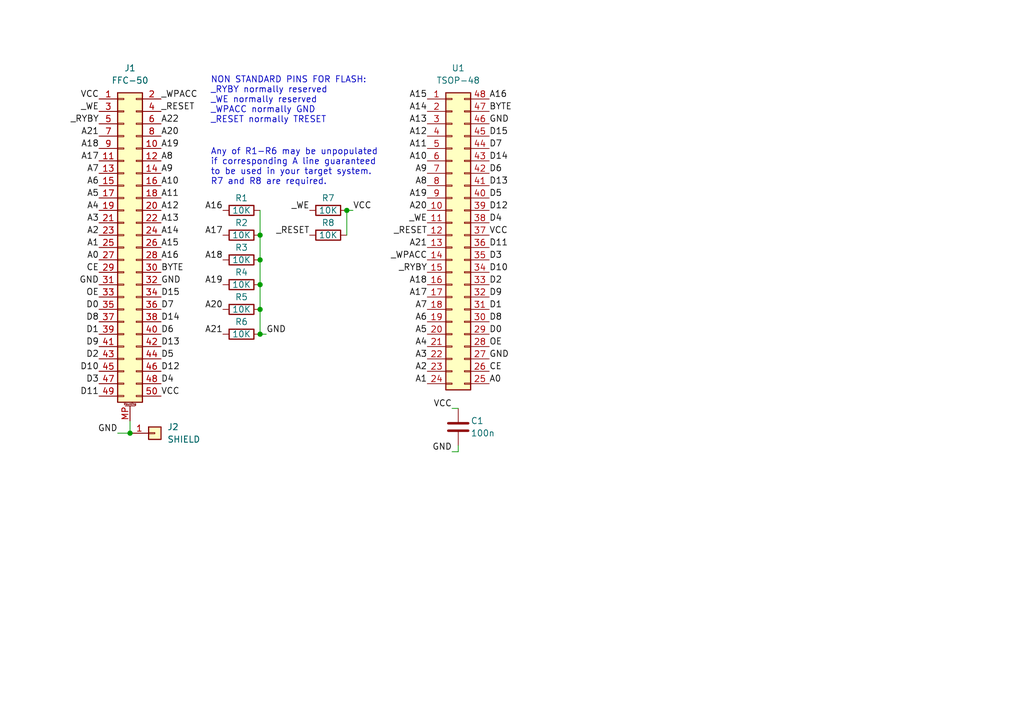
<source format=kicad_sch>
(kicad_sch (version 20230121) (generator eeschema)

  (uuid 218a50b5-5328-4910-8bfa-477207937a67)

  (paper "A5")

  (title_block
    (title "TokuROM Remote-TSOP48")
    (rev "1.1")
    (company "github.com/kasamikona/TokuROM")
  )

  (lib_symbols
    (symbol "Connector_Generic:Conn_01x01" (pin_names (offset 1.016) hide) (in_bom yes) (on_board yes)
      (property "Reference" "J" (at 0 2.54 0)
        (effects (font (size 1.27 1.27)))
      )
      (property "Value" "Conn_01x01" (at 0 -2.54 0)
        (effects (font (size 1.27 1.27)))
      )
      (property "Footprint" "" (at 0 0 0)
        (effects (font (size 1.27 1.27)) hide)
      )
      (property "Datasheet" "~" (at 0 0 0)
        (effects (font (size 1.27 1.27)) hide)
      )
      (property "ki_keywords" "connector" (at 0 0 0)
        (effects (font (size 1.27 1.27)) hide)
      )
      (property "ki_description" "Generic connector, single row, 01x01, script generated (kicad-library-utils/schlib/autogen/connector/)" (at 0 0 0)
        (effects (font (size 1.27 1.27)) hide)
      )
      (property "ki_fp_filters" "Connector*:*_1x??_*" (at 0 0 0)
        (effects (font (size 1.27 1.27)) hide)
      )
      (symbol "Conn_01x01_1_1"
        (rectangle (start -1.27 0.127) (end 0 -0.127)
          (stroke (width 0.1524) (type default))
          (fill (type none))
        )
        (rectangle (start -1.27 1.27) (end 1.27 -1.27)
          (stroke (width 0.254) (type default))
          (fill (type background))
        )
        (pin passive line (at -5.08 0 0) (length 3.81)
          (name "Pin_1" (effects (font (size 1.27 1.27))))
          (number "1" (effects (font (size 1.27 1.27))))
        )
      )
    )
    (symbol "Connector_Generic:Conn_02x24_Counter_Clockwise" (pin_names (offset 1.016) hide) (in_bom yes) (on_board yes)
      (property "Reference" "J" (at 1.27 30.48 0)
        (effects (font (size 1.27 1.27)))
      )
      (property "Value" "Conn_02x24_Counter_Clockwise" (at 1.27 -33.02 0)
        (effects (font (size 1.27 1.27)))
      )
      (property "Footprint" "" (at 0 0 0)
        (effects (font (size 1.27 1.27)) hide)
      )
      (property "Datasheet" "~" (at 0 0 0)
        (effects (font (size 1.27 1.27)) hide)
      )
      (property "ki_keywords" "connector" (at 0 0 0)
        (effects (font (size 1.27 1.27)) hide)
      )
      (property "ki_description" "Generic connector, double row, 02x24, counter clockwise pin numbering scheme (similar to DIP package numbering), script generated (kicad-library-utils/schlib/autogen/connector/)" (at 0 0 0)
        (effects (font (size 1.27 1.27)) hide)
      )
      (property "ki_fp_filters" "Connector*:*_2x??_*" (at 0 0 0)
        (effects (font (size 1.27 1.27)) hide)
      )
      (symbol "Conn_02x24_Counter_Clockwise_1_1"
        (rectangle (start -1.27 -30.353) (end 0 -30.607)
          (stroke (width 0.1524) (type default))
          (fill (type none))
        )
        (rectangle (start -1.27 -27.813) (end 0 -28.067)
          (stroke (width 0.1524) (type default))
          (fill (type none))
        )
        (rectangle (start -1.27 -25.273) (end 0 -25.527)
          (stroke (width 0.1524) (type default))
          (fill (type none))
        )
        (rectangle (start -1.27 -22.733) (end 0 -22.987)
          (stroke (width 0.1524) (type default))
          (fill (type none))
        )
        (rectangle (start -1.27 -20.193) (end 0 -20.447)
          (stroke (width 0.1524) (type default))
          (fill (type none))
        )
        (rectangle (start -1.27 -17.653) (end 0 -17.907)
          (stroke (width 0.1524) (type default))
          (fill (type none))
        )
        (rectangle (start -1.27 -15.113) (end 0 -15.367)
          (stroke (width 0.1524) (type default))
          (fill (type none))
        )
        (rectangle (start -1.27 -12.573) (end 0 -12.827)
          (stroke (width 0.1524) (type default))
          (fill (type none))
        )
        (rectangle (start -1.27 -10.033) (end 0 -10.287)
          (stroke (width 0.1524) (type default))
          (fill (type none))
        )
        (rectangle (start -1.27 -7.493) (end 0 -7.747)
          (stroke (width 0.1524) (type default))
          (fill (type none))
        )
        (rectangle (start -1.27 -4.953) (end 0 -5.207)
          (stroke (width 0.1524) (type default))
          (fill (type none))
        )
        (rectangle (start -1.27 -2.413) (end 0 -2.667)
          (stroke (width 0.1524) (type default))
          (fill (type none))
        )
        (rectangle (start -1.27 0.127) (end 0 -0.127)
          (stroke (width 0.1524) (type default))
          (fill (type none))
        )
        (rectangle (start -1.27 2.667) (end 0 2.413)
          (stroke (width 0.1524) (type default))
          (fill (type none))
        )
        (rectangle (start -1.27 5.207) (end 0 4.953)
          (stroke (width 0.1524) (type default))
          (fill (type none))
        )
        (rectangle (start -1.27 7.747) (end 0 7.493)
          (stroke (width 0.1524) (type default))
          (fill (type none))
        )
        (rectangle (start -1.27 10.287) (end 0 10.033)
          (stroke (width 0.1524) (type default))
          (fill (type none))
        )
        (rectangle (start -1.27 12.827) (end 0 12.573)
          (stroke (width 0.1524) (type default))
          (fill (type none))
        )
        (rectangle (start -1.27 15.367) (end 0 15.113)
          (stroke (width 0.1524) (type default))
          (fill (type none))
        )
        (rectangle (start -1.27 17.907) (end 0 17.653)
          (stroke (width 0.1524) (type default))
          (fill (type none))
        )
        (rectangle (start -1.27 20.447) (end 0 20.193)
          (stroke (width 0.1524) (type default))
          (fill (type none))
        )
        (rectangle (start -1.27 22.987) (end 0 22.733)
          (stroke (width 0.1524) (type default))
          (fill (type none))
        )
        (rectangle (start -1.27 25.527) (end 0 25.273)
          (stroke (width 0.1524) (type default))
          (fill (type none))
        )
        (rectangle (start -1.27 28.067) (end 0 27.813)
          (stroke (width 0.1524) (type default))
          (fill (type none))
        )
        (rectangle (start -1.27 29.21) (end 3.81 -31.75)
          (stroke (width 0.254) (type default))
          (fill (type background))
        )
        (rectangle (start 3.81 -30.353) (end 2.54 -30.607)
          (stroke (width 0.1524) (type default))
          (fill (type none))
        )
        (rectangle (start 3.81 -27.813) (end 2.54 -28.067)
          (stroke (width 0.1524) (type default))
          (fill (type none))
        )
        (rectangle (start 3.81 -25.273) (end 2.54 -25.527)
          (stroke (width 0.1524) (type default))
          (fill (type none))
        )
        (rectangle (start 3.81 -22.733) (end 2.54 -22.987)
          (stroke (width 0.1524) (type default))
          (fill (type none))
        )
        (rectangle (start 3.81 -20.193) (end 2.54 -20.447)
          (stroke (width 0.1524) (type default))
          (fill (type none))
        )
        (rectangle (start 3.81 -17.653) (end 2.54 -17.907)
          (stroke (width 0.1524) (type default))
          (fill (type none))
        )
        (rectangle (start 3.81 -15.113) (end 2.54 -15.367)
          (stroke (width 0.1524) (type default))
          (fill (type none))
        )
        (rectangle (start 3.81 -12.573) (end 2.54 -12.827)
          (stroke (width 0.1524) (type default))
          (fill (type none))
        )
        (rectangle (start 3.81 -10.033) (end 2.54 -10.287)
          (stroke (width 0.1524) (type default))
          (fill (type none))
        )
        (rectangle (start 3.81 -7.493) (end 2.54 -7.747)
          (stroke (width 0.1524) (type default))
          (fill (type none))
        )
        (rectangle (start 3.81 -4.953) (end 2.54 -5.207)
          (stroke (width 0.1524) (type default))
          (fill (type none))
        )
        (rectangle (start 3.81 -2.413) (end 2.54 -2.667)
          (stroke (width 0.1524) (type default))
          (fill (type none))
        )
        (rectangle (start 3.81 0.127) (end 2.54 -0.127)
          (stroke (width 0.1524) (type default))
          (fill (type none))
        )
        (rectangle (start 3.81 2.667) (end 2.54 2.413)
          (stroke (width 0.1524) (type default))
          (fill (type none))
        )
        (rectangle (start 3.81 5.207) (end 2.54 4.953)
          (stroke (width 0.1524) (type default))
          (fill (type none))
        )
        (rectangle (start 3.81 7.747) (end 2.54 7.493)
          (stroke (width 0.1524) (type default))
          (fill (type none))
        )
        (rectangle (start 3.81 10.287) (end 2.54 10.033)
          (stroke (width 0.1524) (type default))
          (fill (type none))
        )
        (rectangle (start 3.81 12.827) (end 2.54 12.573)
          (stroke (width 0.1524) (type default))
          (fill (type none))
        )
        (rectangle (start 3.81 15.367) (end 2.54 15.113)
          (stroke (width 0.1524) (type default))
          (fill (type none))
        )
        (rectangle (start 3.81 17.907) (end 2.54 17.653)
          (stroke (width 0.1524) (type default))
          (fill (type none))
        )
        (rectangle (start 3.81 20.447) (end 2.54 20.193)
          (stroke (width 0.1524) (type default))
          (fill (type none))
        )
        (rectangle (start 3.81 22.987) (end 2.54 22.733)
          (stroke (width 0.1524) (type default))
          (fill (type none))
        )
        (rectangle (start 3.81 25.527) (end 2.54 25.273)
          (stroke (width 0.1524) (type default))
          (fill (type none))
        )
        (rectangle (start 3.81 28.067) (end 2.54 27.813)
          (stroke (width 0.1524) (type default))
          (fill (type none))
        )
        (pin passive line (at -5.08 27.94 0) (length 3.81)
          (name "Pin_1" (effects (font (size 1.27 1.27))))
          (number "1" (effects (font (size 1.27 1.27))))
        )
        (pin passive line (at -5.08 5.08 0) (length 3.81)
          (name "Pin_10" (effects (font (size 1.27 1.27))))
          (number "10" (effects (font (size 1.27 1.27))))
        )
        (pin passive line (at -5.08 2.54 0) (length 3.81)
          (name "Pin_11" (effects (font (size 1.27 1.27))))
          (number "11" (effects (font (size 1.27 1.27))))
        )
        (pin passive line (at -5.08 0 0) (length 3.81)
          (name "Pin_12" (effects (font (size 1.27 1.27))))
          (number "12" (effects (font (size 1.27 1.27))))
        )
        (pin passive line (at -5.08 -2.54 0) (length 3.81)
          (name "Pin_13" (effects (font (size 1.27 1.27))))
          (number "13" (effects (font (size 1.27 1.27))))
        )
        (pin passive line (at -5.08 -5.08 0) (length 3.81)
          (name "Pin_14" (effects (font (size 1.27 1.27))))
          (number "14" (effects (font (size 1.27 1.27))))
        )
        (pin passive line (at -5.08 -7.62 0) (length 3.81)
          (name "Pin_15" (effects (font (size 1.27 1.27))))
          (number "15" (effects (font (size 1.27 1.27))))
        )
        (pin passive line (at -5.08 -10.16 0) (length 3.81)
          (name "Pin_16" (effects (font (size 1.27 1.27))))
          (number "16" (effects (font (size 1.27 1.27))))
        )
        (pin passive line (at -5.08 -12.7 0) (length 3.81)
          (name "Pin_17" (effects (font (size 1.27 1.27))))
          (number "17" (effects (font (size 1.27 1.27))))
        )
        (pin passive line (at -5.08 -15.24 0) (length 3.81)
          (name "Pin_18" (effects (font (size 1.27 1.27))))
          (number "18" (effects (font (size 1.27 1.27))))
        )
        (pin passive line (at -5.08 -17.78 0) (length 3.81)
          (name "Pin_19" (effects (font (size 1.27 1.27))))
          (number "19" (effects (font (size 1.27 1.27))))
        )
        (pin passive line (at -5.08 25.4 0) (length 3.81)
          (name "Pin_2" (effects (font (size 1.27 1.27))))
          (number "2" (effects (font (size 1.27 1.27))))
        )
        (pin passive line (at -5.08 -20.32 0) (length 3.81)
          (name "Pin_20" (effects (font (size 1.27 1.27))))
          (number "20" (effects (font (size 1.27 1.27))))
        )
        (pin passive line (at -5.08 -22.86 0) (length 3.81)
          (name "Pin_21" (effects (font (size 1.27 1.27))))
          (number "21" (effects (font (size 1.27 1.27))))
        )
        (pin passive line (at -5.08 -25.4 0) (length 3.81)
          (name "Pin_22" (effects (font (size 1.27 1.27))))
          (number "22" (effects (font (size 1.27 1.27))))
        )
        (pin passive line (at -5.08 -27.94 0) (length 3.81)
          (name "Pin_23" (effects (font (size 1.27 1.27))))
          (number "23" (effects (font (size 1.27 1.27))))
        )
        (pin passive line (at -5.08 -30.48 0) (length 3.81)
          (name "Pin_24" (effects (font (size 1.27 1.27))))
          (number "24" (effects (font (size 1.27 1.27))))
        )
        (pin passive line (at 7.62 -30.48 180) (length 3.81)
          (name "Pin_25" (effects (font (size 1.27 1.27))))
          (number "25" (effects (font (size 1.27 1.27))))
        )
        (pin passive line (at 7.62 -27.94 180) (length 3.81)
          (name "Pin_26" (effects (font (size 1.27 1.27))))
          (number "26" (effects (font (size 1.27 1.27))))
        )
        (pin passive line (at 7.62 -25.4 180) (length 3.81)
          (name "Pin_27" (effects (font (size 1.27 1.27))))
          (number "27" (effects (font (size 1.27 1.27))))
        )
        (pin passive line (at 7.62 -22.86 180) (length 3.81)
          (name "Pin_28" (effects (font (size 1.27 1.27))))
          (number "28" (effects (font (size 1.27 1.27))))
        )
        (pin passive line (at 7.62 -20.32 180) (length 3.81)
          (name "Pin_29" (effects (font (size 1.27 1.27))))
          (number "29" (effects (font (size 1.27 1.27))))
        )
        (pin passive line (at -5.08 22.86 0) (length 3.81)
          (name "Pin_3" (effects (font (size 1.27 1.27))))
          (number "3" (effects (font (size 1.27 1.27))))
        )
        (pin passive line (at 7.62 -17.78 180) (length 3.81)
          (name "Pin_30" (effects (font (size 1.27 1.27))))
          (number "30" (effects (font (size 1.27 1.27))))
        )
        (pin passive line (at 7.62 -15.24 180) (length 3.81)
          (name "Pin_31" (effects (font (size 1.27 1.27))))
          (number "31" (effects (font (size 1.27 1.27))))
        )
        (pin passive line (at 7.62 -12.7 180) (length 3.81)
          (name "Pin_32" (effects (font (size 1.27 1.27))))
          (number "32" (effects (font (size 1.27 1.27))))
        )
        (pin passive line (at 7.62 -10.16 180) (length 3.81)
          (name "Pin_33" (effects (font (size 1.27 1.27))))
          (number "33" (effects (font (size 1.27 1.27))))
        )
        (pin passive line (at 7.62 -7.62 180) (length 3.81)
          (name "Pin_34" (effects (font (size 1.27 1.27))))
          (number "34" (effects (font (size 1.27 1.27))))
        )
        (pin passive line (at 7.62 -5.08 180) (length 3.81)
          (name "Pin_35" (effects (font (size 1.27 1.27))))
          (number "35" (effects (font (size 1.27 1.27))))
        )
        (pin passive line (at 7.62 -2.54 180) (length 3.81)
          (name "Pin_36" (effects (font (size 1.27 1.27))))
          (number "36" (effects (font (size 1.27 1.27))))
        )
        (pin passive line (at 7.62 0 180) (length 3.81)
          (name "Pin_37" (effects (font (size 1.27 1.27))))
          (number "37" (effects (font (size 1.27 1.27))))
        )
        (pin passive line (at 7.62 2.54 180) (length 3.81)
          (name "Pin_38" (effects (font (size 1.27 1.27))))
          (number "38" (effects (font (size 1.27 1.27))))
        )
        (pin passive line (at 7.62 5.08 180) (length 3.81)
          (name "Pin_39" (effects (font (size 1.27 1.27))))
          (number "39" (effects (font (size 1.27 1.27))))
        )
        (pin passive line (at -5.08 20.32 0) (length 3.81)
          (name "Pin_4" (effects (font (size 1.27 1.27))))
          (number "4" (effects (font (size 1.27 1.27))))
        )
        (pin passive line (at 7.62 7.62 180) (length 3.81)
          (name "Pin_40" (effects (font (size 1.27 1.27))))
          (number "40" (effects (font (size 1.27 1.27))))
        )
        (pin passive line (at 7.62 10.16 180) (length 3.81)
          (name "Pin_41" (effects (font (size 1.27 1.27))))
          (number "41" (effects (font (size 1.27 1.27))))
        )
        (pin passive line (at 7.62 12.7 180) (length 3.81)
          (name "Pin_42" (effects (font (size 1.27 1.27))))
          (number "42" (effects (font (size 1.27 1.27))))
        )
        (pin passive line (at 7.62 15.24 180) (length 3.81)
          (name "Pin_43" (effects (font (size 1.27 1.27))))
          (number "43" (effects (font (size 1.27 1.27))))
        )
        (pin passive line (at 7.62 17.78 180) (length 3.81)
          (name "Pin_44" (effects (font (size 1.27 1.27))))
          (number "44" (effects (font (size 1.27 1.27))))
        )
        (pin passive line (at 7.62 20.32 180) (length 3.81)
          (name "Pin_45" (effects (font (size 1.27 1.27))))
          (number "45" (effects (font (size 1.27 1.27))))
        )
        (pin passive line (at 7.62 22.86 180) (length 3.81)
          (name "Pin_46" (effects (font (size 1.27 1.27))))
          (number "46" (effects (font (size 1.27 1.27))))
        )
        (pin passive line (at 7.62 25.4 180) (length 3.81)
          (name "Pin_47" (effects (font (size 1.27 1.27))))
          (number "47" (effects (font (size 1.27 1.27))))
        )
        (pin passive line (at 7.62 27.94 180) (length 3.81)
          (name "Pin_48" (effects (font (size 1.27 1.27))))
          (number "48" (effects (font (size 1.27 1.27))))
        )
        (pin passive line (at -5.08 17.78 0) (length 3.81)
          (name "Pin_5" (effects (font (size 1.27 1.27))))
          (number "5" (effects (font (size 1.27 1.27))))
        )
        (pin passive line (at -5.08 15.24 0) (length 3.81)
          (name "Pin_6" (effects (font (size 1.27 1.27))))
          (number "6" (effects (font (size 1.27 1.27))))
        )
        (pin passive line (at -5.08 12.7 0) (length 3.81)
          (name "Pin_7" (effects (font (size 1.27 1.27))))
          (number "7" (effects (font (size 1.27 1.27))))
        )
        (pin passive line (at -5.08 10.16 0) (length 3.81)
          (name "Pin_8" (effects (font (size 1.27 1.27))))
          (number "8" (effects (font (size 1.27 1.27))))
        )
        (pin passive line (at -5.08 7.62 0) (length 3.81)
          (name "Pin_9" (effects (font (size 1.27 1.27))))
          (number "9" (effects (font (size 1.27 1.27))))
        )
      )
    )
    (symbol "Connector_Generic_MountingPin:Conn_02x25_Odd_Even_MountingPin" (pin_names (offset 1.016) hide) (in_bom yes) (on_board yes)
      (property "Reference" "J" (at 1.27 33.02 0)
        (effects (font (size 1.27 1.27)))
      )
      (property "Value" "Conn_02x25_Odd_Even_MountingPin" (at 2.54 -33.02 0)
        (effects (font (size 1.27 1.27)) (justify left))
      )
      (property "Footprint" "" (at 0 0 0)
        (effects (font (size 1.27 1.27)) hide)
      )
      (property "Datasheet" "~" (at 0 0 0)
        (effects (font (size 1.27 1.27)) hide)
      )
      (property "ki_keywords" "connector" (at 0 0 0)
        (effects (font (size 1.27 1.27)) hide)
      )
      (property "ki_description" "Generic connectable mounting pin connector, double row, 02x25, odd/even pin numbering scheme (row 1 odd numbers, row 2 even numbers), script generated (kicad-library-utils/schlib/autogen/connector/)" (at 0 0 0)
        (effects (font (size 1.27 1.27)) hide)
      )
      (property "ki_fp_filters" "Connector*:*_2x??-1MP*" (at 0 0 0)
        (effects (font (size 1.27 1.27)) hide)
      )
      (symbol "Conn_02x25_Odd_Even_MountingPin_1_1"
        (rectangle (start -1.27 -30.353) (end 0 -30.607)
          (stroke (width 0.1524) (type default))
          (fill (type none))
        )
        (rectangle (start -1.27 -27.813) (end 0 -28.067)
          (stroke (width 0.1524) (type default))
          (fill (type none))
        )
        (rectangle (start -1.27 -25.273) (end 0 -25.527)
          (stroke (width 0.1524) (type default))
          (fill (type none))
        )
        (rectangle (start -1.27 -22.733) (end 0 -22.987)
          (stroke (width 0.1524) (type default))
          (fill (type none))
        )
        (rectangle (start -1.27 -20.193) (end 0 -20.447)
          (stroke (width 0.1524) (type default))
          (fill (type none))
        )
        (rectangle (start -1.27 -17.653) (end 0 -17.907)
          (stroke (width 0.1524) (type default))
          (fill (type none))
        )
        (rectangle (start -1.27 -15.113) (end 0 -15.367)
          (stroke (width 0.1524) (type default))
          (fill (type none))
        )
        (rectangle (start -1.27 -12.573) (end 0 -12.827)
          (stroke (width 0.1524) (type default))
          (fill (type none))
        )
        (rectangle (start -1.27 -10.033) (end 0 -10.287)
          (stroke (width 0.1524) (type default))
          (fill (type none))
        )
        (rectangle (start -1.27 -7.493) (end 0 -7.747)
          (stroke (width 0.1524) (type default))
          (fill (type none))
        )
        (rectangle (start -1.27 -4.953) (end 0 -5.207)
          (stroke (width 0.1524) (type default))
          (fill (type none))
        )
        (rectangle (start -1.27 -2.413) (end 0 -2.667)
          (stroke (width 0.1524) (type default))
          (fill (type none))
        )
        (rectangle (start -1.27 0.127) (end 0 -0.127)
          (stroke (width 0.1524) (type default))
          (fill (type none))
        )
        (rectangle (start -1.27 2.667) (end 0 2.413)
          (stroke (width 0.1524) (type default))
          (fill (type none))
        )
        (rectangle (start -1.27 5.207) (end 0 4.953)
          (stroke (width 0.1524) (type default))
          (fill (type none))
        )
        (rectangle (start -1.27 7.747) (end 0 7.493)
          (stroke (width 0.1524) (type default))
          (fill (type none))
        )
        (rectangle (start -1.27 10.287) (end 0 10.033)
          (stroke (width 0.1524) (type default))
          (fill (type none))
        )
        (rectangle (start -1.27 12.827) (end 0 12.573)
          (stroke (width 0.1524) (type default))
          (fill (type none))
        )
        (rectangle (start -1.27 15.367) (end 0 15.113)
          (stroke (width 0.1524) (type default))
          (fill (type none))
        )
        (rectangle (start -1.27 17.907) (end 0 17.653)
          (stroke (width 0.1524) (type default))
          (fill (type none))
        )
        (rectangle (start -1.27 20.447) (end 0 20.193)
          (stroke (width 0.1524) (type default))
          (fill (type none))
        )
        (rectangle (start -1.27 22.987) (end 0 22.733)
          (stroke (width 0.1524) (type default))
          (fill (type none))
        )
        (rectangle (start -1.27 25.527) (end 0 25.273)
          (stroke (width 0.1524) (type default))
          (fill (type none))
        )
        (rectangle (start -1.27 28.067) (end 0 27.813)
          (stroke (width 0.1524) (type default))
          (fill (type none))
        )
        (rectangle (start -1.27 30.607) (end 0 30.353)
          (stroke (width 0.1524) (type default))
          (fill (type none))
        )
        (rectangle (start -1.27 31.75) (end 3.81 -31.75)
          (stroke (width 0.254) (type default))
          (fill (type background))
        )
        (polyline
          (pts
            (xy 0.254 -32.512)
            (xy 2.286 -32.512)
          )
          (stroke (width 0.1524) (type default))
          (fill (type none))
        )
        (rectangle (start 3.81 -30.353) (end 2.54 -30.607)
          (stroke (width 0.1524) (type default))
          (fill (type none))
        )
        (rectangle (start 3.81 -27.813) (end 2.54 -28.067)
          (stroke (width 0.1524) (type default))
          (fill (type none))
        )
        (rectangle (start 3.81 -25.273) (end 2.54 -25.527)
          (stroke (width 0.1524) (type default))
          (fill (type none))
        )
        (rectangle (start 3.81 -22.733) (end 2.54 -22.987)
          (stroke (width 0.1524) (type default))
          (fill (type none))
        )
        (rectangle (start 3.81 -20.193) (end 2.54 -20.447)
          (stroke (width 0.1524) (type default))
          (fill (type none))
        )
        (rectangle (start 3.81 -17.653) (end 2.54 -17.907)
          (stroke (width 0.1524) (type default))
          (fill (type none))
        )
        (rectangle (start 3.81 -15.113) (end 2.54 -15.367)
          (stroke (width 0.1524) (type default))
          (fill (type none))
        )
        (rectangle (start 3.81 -12.573) (end 2.54 -12.827)
          (stroke (width 0.1524) (type default))
          (fill (type none))
        )
        (rectangle (start 3.81 -10.033) (end 2.54 -10.287)
          (stroke (width 0.1524) (type default))
          (fill (type none))
        )
        (rectangle (start 3.81 -7.493) (end 2.54 -7.747)
          (stroke (width 0.1524) (type default))
          (fill (type none))
        )
        (rectangle (start 3.81 -4.953) (end 2.54 -5.207)
          (stroke (width 0.1524) (type default))
          (fill (type none))
        )
        (rectangle (start 3.81 -2.413) (end 2.54 -2.667)
          (stroke (width 0.1524) (type default))
          (fill (type none))
        )
        (rectangle (start 3.81 0.127) (end 2.54 -0.127)
          (stroke (width 0.1524) (type default))
          (fill (type none))
        )
        (rectangle (start 3.81 2.667) (end 2.54 2.413)
          (stroke (width 0.1524) (type default))
          (fill (type none))
        )
        (rectangle (start 3.81 5.207) (end 2.54 4.953)
          (stroke (width 0.1524) (type default))
          (fill (type none))
        )
        (rectangle (start 3.81 7.747) (end 2.54 7.493)
          (stroke (width 0.1524) (type default))
          (fill (type none))
        )
        (rectangle (start 3.81 10.287) (end 2.54 10.033)
          (stroke (width 0.1524) (type default))
          (fill (type none))
        )
        (rectangle (start 3.81 12.827) (end 2.54 12.573)
          (stroke (width 0.1524) (type default))
          (fill (type none))
        )
        (rectangle (start 3.81 15.367) (end 2.54 15.113)
          (stroke (width 0.1524) (type default))
          (fill (type none))
        )
        (rectangle (start 3.81 17.907) (end 2.54 17.653)
          (stroke (width 0.1524) (type default))
          (fill (type none))
        )
        (rectangle (start 3.81 20.447) (end 2.54 20.193)
          (stroke (width 0.1524) (type default))
          (fill (type none))
        )
        (rectangle (start 3.81 22.987) (end 2.54 22.733)
          (stroke (width 0.1524) (type default))
          (fill (type none))
        )
        (rectangle (start 3.81 25.527) (end 2.54 25.273)
          (stroke (width 0.1524) (type default))
          (fill (type none))
        )
        (rectangle (start 3.81 28.067) (end 2.54 27.813)
          (stroke (width 0.1524) (type default))
          (fill (type none))
        )
        (rectangle (start 3.81 30.607) (end 2.54 30.353)
          (stroke (width 0.1524) (type default))
          (fill (type none))
        )
        (text "Mounting" (at 1.27 -32.131 0)
          (effects (font (size 0.381 0.381)))
        )
        (pin passive line (at -5.08 30.48 0) (length 3.81)
          (name "Pin_1" (effects (font (size 1.27 1.27))))
          (number "1" (effects (font (size 1.27 1.27))))
        )
        (pin passive line (at 7.62 20.32 180) (length 3.81)
          (name "Pin_10" (effects (font (size 1.27 1.27))))
          (number "10" (effects (font (size 1.27 1.27))))
        )
        (pin passive line (at -5.08 17.78 0) (length 3.81)
          (name "Pin_11" (effects (font (size 1.27 1.27))))
          (number "11" (effects (font (size 1.27 1.27))))
        )
        (pin passive line (at 7.62 17.78 180) (length 3.81)
          (name "Pin_12" (effects (font (size 1.27 1.27))))
          (number "12" (effects (font (size 1.27 1.27))))
        )
        (pin passive line (at -5.08 15.24 0) (length 3.81)
          (name "Pin_13" (effects (font (size 1.27 1.27))))
          (number "13" (effects (font (size 1.27 1.27))))
        )
        (pin passive line (at 7.62 15.24 180) (length 3.81)
          (name "Pin_14" (effects (font (size 1.27 1.27))))
          (number "14" (effects (font (size 1.27 1.27))))
        )
        (pin passive line (at -5.08 12.7 0) (length 3.81)
          (name "Pin_15" (effects (font (size 1.27 1.27))))
          (number "15" (effects (font (size 1.27 1.27))))
        )
        (pin passive line (at 7.62 12.7 180) (length 3.81)
          (name "Pin_16" (effects (font (size 1.27 1.27))))
          (number "16" (effects (font (size 1.27 1.27))))
        )
        (pin passive line (at -5.08 10.16 0) (length 3.81)
          (name "Pin_17" (effects (font (size 1.27 1.27))))
          (number "17" (effects (font (size 1.27 1.27))))
        )
        (pin passive line (at 7.62 10.16 180) (length 3.81)
          (name "Pin_18" (effects (font (size 1.27 1.27))))
          (number "18" (effects (font (size 1.27 1.27))))
        )
        (pin passive line (at -5.08 7.62 0) (length 3.81)
          (name "Pin_19" (effects (font (size 1.27 1.27))))
          (number "19" (effects (font (size 1.27 1.27))))
        )
        (pin passive line (at 7.62 30.48 180) (length 3.81)
          (name "Pin_2" (effects (font (size 1.27 1.27))))
          (number "2" (effects (font (size 1.27 1.27))))
        )
        (pin passive line (at 7.62 7.62 180) (length 3.81)
          (name "Pin_20" (effects (font (size 1.27 1.27))))
          (number "20" (effects (font (size 1.27 1.27))))
        )
        (pin passive line (at -5.08 5.08 0) (length 3.81)
          (name "Pin_21" (effects (font (size 1.27 1.27))))
          (number "21" (effects (font (size 1.27 1.27))))
        )
        (pin passive line (at 7.62 5.08 180) (length 3.81)
          (name "Pin_22" (effects (font (size 1.27 1.27))))
          (number "22" (effects (font (size 1.27 1.27))))
        )
        (pin passive line (at -5.08 2.54 0) (length 3.81)
          (name "Pin_23" (effects (font (size 1.27 1.27))))
          (number "23" (effects (font (size 1.27 1.27))))
        )
        (pin passive line (at 7.62 2.54 180) (length 3.81)
          (name "Pin_24" (effects (font (size 1.27 1.27))))
          (number "24" (effects (font (size 1.27 1.27))))
        )
        (pin passive line (at -5.08 0 0) (length 3.81)
          (name "Pin_25" (effects (font (size 1.27 1.27))))
          (number "25" (effects (font (size 1.27 1.27))))
        )
        (pin passive line (at 7.62 0 180) (length 3.81)
          (name "Pin_26" (effects (font (size 1.27 1.27))))
          (number "26" (effects (font (size 1.27 1.27))))
        )
        (pin passive line (at -5.08 -2.54 0) (length 3.81)
          (name "Pin_27" (effects (font (size 1.27 1.27))))
          (number "27" (effects (font (size 1.27 1.27))))
        )
        (pin passive line (at 7.62 -2.54 180) (length 3.81)
          (name "Pin_28" (effects (font (size 1.27 1.27))))
          (number "28" (effects (font (size 1.27 1.27))))
        )
        (pin passive line (at -5.08 -5.08 0) (length 3.81)
          (name "Pin_29" (effects (font (size 1.27 1.27))))
          (number "29" (effects (font (size 1.27 1.27))))
        )
        (pin passive line (at -5.08 27.94 0) (length 3.81)
          (name "Pin_3" (effects (font (size 1.27 1.27))))
          (number "3" (effects (font (size 1.27 1.27))))
        )
        (pin passive line (at 7.62 -5.08 180) (length 3.81)
          (name "Pin_30" (effects (font (size 1.27 1.27))))
          (number "30" (effects (font (size 1.27 1.27))))
        )
        (pin passive line (at -5.08 -7.62 0) (length 3.81)
          (name "Pin_31" (effects (font (size 1.27 1.27))))
          (number "31" (effects (font (size 1.27 1.27))))
        )
        (pin passive line (at 7.62 -7.62 180) (length 3.81)
          (name "Pin_32" (effects (font (size 1.27 1.27))))
          (number "32" (effects (font (size 1.27 1.27))))
        )
        (pin passive line (at -5.08 -10.16 0) (length 3.81)
          (name "Pin_33" (effects (font (size 1.27 1.27))))
          (number "33" (effects (font (size 1.27 1.27))))
        )
        (pin passive line (at 7.62 -10.16 180) (length 3.81)
          (name "Pin_34" (effects (font (size 1.27 1.27))))
          (number "34" (effects (font (size 1.27 1.27))))
        )
        (pin passive line (at -5.08 -12.7 0) (length 3.81)
          (name "Pin_35" (effects (font (size 1.27 1.27))))
          (number "35" (effects (font (size 1.27 1.27))))
        )
        (pin passive line (at 7.62 -12.7 180) (length 3.81)
          (name "Pin_36" (effects (font (size 1.27 1.27))))
          (number "36" (effects (font (size 1.27 1.27))))
        )
        (pin passive line (at -5.08 -15.24 0) (length 3.81)
          (name "Pin_37" (effects (font (size 1.27 1.27))))
          (number "37" (effects (font (size 1.27 1.27))))
        )
        (pin passive line (at 7.62 -15.24 180) (length 3.81)
          (name "Pin_38" (effects (font (size 1.27 1.27))))
          (number "38" (effects (font (size 1.27 1.27))))
        )
        (pin passive line (at -5.08 -17.78 0) (length 3.81)
          (name "Pin_39" (effects (font (size 1.27 1.27))))
          (number "39" (effects (font (size 1.27 1.27))))
        )
        (pin passive line (at 7.62 27.94 180) (length 3.81)
          (name "Pin_4" (effects (font (size 1.27 1.27))))
          (number "4" (effects (font (size 1.27 1.27))))
        )
        (pin passive line (at 7.62 -17.78 180) (length 3.81)
          (name "Pin_40" (effects (font (size 1.27 1.27))))
          (number "40" (effects (font (size 1.27 1.27))))
        )
        (pin passive line (at -5.08 -20.32 0) (length 3.81)
          (name "Pin_41" (effects (font (size 1.27 1.27))))
          (number "41" (effects (font (size 1.27 1.27))))
        )
        (pin passive line (at 7.62 -20.32 180) (length 3.81)
          (name "Pin_42" (effects (font (size 1.27 1.27))))
          (number "42" (effects (font (size 1.27 1.27))))
        )
        (pin passive line (at -5.08 -22.86 0) (length 3.81)
          (name "Pin_43" (effects (font (size 1.27 1.27))))
          (number "43" (effects (font (size 1.27 1.27))))
        )
        (pin passive line (at 7.62 -22.86 180) (length 3.81)
          (name "Pin_44" (effects (font (size 1.27 1.27))))
          (number "44" (effects (font (size 1.27 1.27))))
        )
        (pin passive line (at -5.08 -25.4 0) (length 3.81)
          (name "Pin_45" (effects (font (size 1.27 1.27))))
          (number "45" (effects (font (size 1.27 1.27))))
        )
        (pin passive line (at 7.62 -25.4 180) (length 3.81)
          (name "Pin_46" (effects (font (size 1.27 1.27))))
          (number "46" (effects (font (size 1.27 1.27))))
        )
        (pin passive line (at -5.08 -27.94 0) (length 3.81)
          (name "Pin_47" (effects (font (size 1.27 1.27))))
          (number "47" (effects (font (size 1.27 1.27))))
        )
        (pin passive line (at 7.62 -27.94 180) (length 3.81)
          (name "Pin_48" (effects (font (size 1.27 1.27))))
          (number "48" (effects (font (size 1.27 1.27))))
        )
        (pin passive line (at -5.08 -30.48 0) (length 3.81)
          (name "Pin_49" (effects (font (size 1.27 1.27))))
          (number "49" (effects (font (size 1.27 1.27))))
        )
        (pin passive line (at -5.08 25.4 0) (length 3.81)
          (name "Pin_5" (effects (font (size 1.27 1.27))))
          (number "5" (effects (font (size 1.27 1.27))))
        )
        (pin passive line (at 7.62 -30.48 180) (length 3.81)
          (name "Pin_50" (effects (font (size 1.27 1.27))))
          (number "50" (effects (font (size 1.27 1.27))))
        )
        (pin passive line (at 7.62 25.4 180) (length 3.81)
          (name "Pin_6" (effects (font (size 1.27 1.27))))
          (number "6" (effects (font (size 1.27 1.27))))
        )
        (pin passive line (at -5.08 22.86 0) (length 3.81)
          (name "Pin_7" (effects (font (size 1.27 1.27))))
          (number "7" (effects (font (size 1.27 1.27))))
        )
        (pin passive line (at 7.62 22.86 180) (length 3.81)
          (name "Pin_8" (effects (font (size 1.27 1.27))))
          (number "8" (effects (font (size 1.27 1.27))))
        )
        (pin passive line (at -5.08 20.32 0) (length 3.81)
          (name "Pin_9" (effects (font (size 1.27 1.27))))
          (number "9" (effects (font (size 1.27 1.27))))
        )
        (pin passive line (at 1.27 -35.56 90) (length 3.048)
          (name "MountPin" (effects (font (size 1.27 1.27))))
          (number "MP" (effects (font (size 1.27 1.27))))
        )
      )
    )
    (symbol "Device:C" (pin_numbers hide) (pin_names (offset 0.254)) (in_bom yes) (on_board yes)
      (property "Reference" "C" (at 0.635 2.54 0)
        (effects (font (size 1.27 1.27)) (justify left))
      )
      (property "Value" "C" (at 0.635 -2.54 0)
        (effects (font (size 1.27 1.27)) (justify left))
      )
      (property "Footprint" "" (at 0.9652 -3.81 0)
        (effects (font (size 1.27 1.27)) hide)
      )
      (property "Datasheet" "~" (at 0 0 0)
        (effects (font (size 1.27 1.27)) hide)
      )
      (property "ki_keywords" "cap capacitor" (at 0 0 0)
        (effects (font (size 1.27 1.27)) hide)
      )
      (property "ki_description" "Unpolarized capacitor" (at 0 0 0)
        (effects (font (size 1.27 1.27)) hide)
      )
      (property "ki_fp_filters" "C_*" (at 0 0 0)
        (effects (font (size 1.27 1.27)) hide)
      )
      (symbol "C_0_1"
        (polyline
          (pts
            (xy -2.032 -0.762)
            (xy 2.032 -0.762)
          )
          (stroke (width 0.508) (type default))
          (fill (type none))
        )
        (polyline
          (pts
            (xy -2.032 0.762)
            (xy 2.032 0.762)
          )
          (stroke (width 0.508) (type default))
          (fill (type none))
        )
      )
      (symbol "C_1_1"
        (pin passive line (at 0 3.81 270) (length 2.794)
          (name "~" (effects (font (size 1.27 1.27))))
          (number "1" (effects (font (size 1.27 1.27))))
        )
        (pin passive line (at 0 -3.81 90) (length 2.794)
          (name "~" (effects (font (size 1.27 1.27))))
          (number "2" (effects (font (size 1.27 1.27))))
        )
      )
    )
    (symbol "Device:R" (pin_numbers hide) (pin_names (offset 0)) (in_bom yes) (on_board yes)
      (property "Reference" "R" (at 2.032 0 90)
        (effects (font (size 1.27 1.27)))
      )
      (property "Value" "R" (at 0 0 90)
        (effects (font (size 1.27 1.27)))
      )
      (property "Footprint" "" (at -1.778 0 90)
        (effects (font (size 1.27 1.27)) hide)
      )
      (property "Datasheet" "~" (at 0 0 0)
        (effects (font (size 1.27 1.27)) hide)
      )
      (property "ki_keywords" "R res resistor" (at 0 0 0)
        (effects (font (size 1.27 1.27)) hide)
      )
      (property "ki_description" "Resistor" (at 0 0 0)
        (effects (font (size 1.27 1.27)) hide)
      )
      (property "ki_fp_filters" "R_*" (at 0 0 0)
        (effects (font (size 1.27 1.27)) hide)
      )
      (symbol "R_0_1"
        (rectangle (start -1.016 -2.54) (end 1.016 2.54)
          (stroke (width 0.254) (type default))
          (fill (type none))
        )
      )
      (symbol "R_1_1"
        (pin passive line (at 0 3.81 270) (length 1.27)
          (name "~" (effects (font (size 1.27 1.27))))
          (number "1" (effects (font (size 1.27 1.27))))
        )
        (pin passive line (at 0 -3.81 90) (length 1.27)
          (name "~" (effects (font (size 1.27 1.27))))
          (number "2" (effects (font (size 1.27 1.27))))
        )
      )
    )
  )

  (junction (at 53.34 58.42) (diameter 0) (color 0 0 0 0)
    (uuid 16473d2b-2e63-496e-a97f-9704e3015543)
  )
  (junction (at 71.12 43.18) (diameter 0) (color 0 0 0 0)
    (uuid 220bcec9-7e34-4423-86a1-92dae098a39f)
  )
  (junction (at 53.34 53.34) (diameter 0) (color 0 0 0 0)
    (uuid 66000d33-8d62-461b-9174-f92da1154264)
  )
  (junction (at 53.34 48.26) (diameter 0) (color 0 0 0 0)
    (uuid 9e46d978-f64e-4ae6-be25-63307a840088)
  )
  (junction (at 26.67 88.9) (diameter 0) (color 0 0 0 0)
    (uuid bf2c6ebc-9c80-40a1-9217-513a2b816e4b)
  )
  (junction (at 53.34 68.58) (diameter 0) (color 0 0 0 0)
    (uuid e3669b91-64f2-4edb-a5e1-03790f0cd9bb)
  )
  (junction (at 53.34 63.5) (diameter 0) (color 0 0 0 0)
    (uuid fef7474b-91b8-44cb-b3fb-188216b09aed)
  )

  (wire (pts (xy 53.34 63.5) (xy 53.34 68.58))
    (stroke (width 0) (type default))
    (uuid 00c95766-2dfe-41bf-bad0-605fa7bfb4d8)
  )
  (wire (pts (xy 71.12 43.18) (xy 71.12 48.26))
    (stroke (width 0) (type default))
    (uuid 01c4c1ba-e90e-4f7c-91e8-513c58da71c3)
  )
  (wire (pts (xy 53.34 68.58) (xy 54.61 68.58))
    (stroke (width 0) (type default))
    (uuid 1e9be032-152f-456c-8d71-799df353a10f)
  )
  (wire (pts (xy 92.71 92.71) (xy 93.98 92.71))
    (stroke (width 0) (type default))
    (uuid 210830aa-2d40-4ef2-aa9f-fe913a0cf8c8)
  )
  (wire (pts (xy 24.13 88.9) (xy 26.67 88.9))
    (stroke (width 0) (type default))
    (uuid 42e38974-b494-4117-bd21-2a667bea2141)
  )
  (wire (pts (xy 71.12 43.18) (xy 72.39 43.18))
    (stroke (width 0) (type default))
    (uuid 591e0a38-2544-4f07-abef-49af5ceac47e)
  )
  (wire (pts (xy 53.34 43.18) (xy 53.34 48.26))
    (stroke (width 0) (type default))
    (uuid 7fe90562-5477-440f-8439-7d7c4466e395)
  )
  (wire (pts (xy 26.67 88.9) (xy 26.67 86.36))
    (stroke (width 0) (type default))
    (uuid 8994f224-1c53-411e-ab3c-78596cc1defc)
  )
  (wire (pts (xy 93.98 92.71) (xy 93.98 91.44))
    (stroke (width 0) (type default))
    (uuid 930a3109-fa8c-4bc7-ae78-a7347a64898f)
  )
  (wire (pts (xy 53.34 48.26) (xy 53.34 53.34))
    (stroke (width 0) (type default))
    (uuid 93208381-caa0-49ff-aa9e-1432a2ac1132)
  )
  (wire (pts (xy 53.34 58.42) (xy 53.34 63.5))
    (stroke (width 0) (type default))
    (uuid 9efea1fa-1c8f-4934-85fc-173db66ef1be)
  )
  (wire (pts (xy 53.34 53.34) (xy 53.34 58.42))
    (stroke (width 0) (type default))
    (uuid b5ce5acb-8c84-4db0-8c3e-f11138f7be6b)
  )
  (wire (pts (xy 92.71 83.82) (xy 93.98 83.82))
    (stroke (width 0) (type default))
    (uuid fef2614e-89bc-4198-aab1-470c262270f3)
  )

  (text "NON STANDARD PINS FOR FLASH:\n_RYBY normally reserved\n_WE normally reserved\n_WPACC normally GND\n_RESET normally TRESET"
    (at 43.18 25.4 0)
    (effects (font (size 1.27 1.27)) (justify left bottom))
    (uuid 4779ed1f-c178-4b43-a22e-59469a3cc4bf)
  )
  (text "Any of R1-R6 may be unpopulated\nif corresponding A line guaranteed\nto be used in your target system.\nR7 and R8 are required."
    (at 43.18 38.1 0)
    (effects (font (size 1.27 1.27)) (justify left bottom))
    (uuid 5fd2ae41-ead6-43ef-8aac-3dd4efbc5915)
  )

  (label "A0" (at 100.33 78.74 0) (fields_autoplaced)
    (effects (font (size 1.27 1.27)) (justify left bottom))
    (uuid 01ec1ed3-aed7-48db-b385-ffe40c60f6b1)
  )
  (label "GND" (at 92.71 92.71 180) (fields_autoplaced)
    (effects (font (size 1.27 1.27)) (justify right bottom))
    (uuid 03173f32-60d6-4556-96a6-99c428bbd10b)
  )
  (label "D5" (at 100.33 40.64 0) (fields_autoplaced)
    (effects (font (size 1.27 1.27)) (justify left bottom))
    (uuid 03e8f952-7cf5-4e54-9e40-8ecc8e39bf8e)
  )
  (label "GND" (at 20.32 58.42 180) (fields_autoplaced)
    (effects (font (size 1.27 1.27)) (justify right bottom))
    (uuid 046cac1d-f711-40b3-841e-f8895267754b)
  )
  (label "D12" (at 33.02 76.2 0) (fields_autoplaced)
    (effects (font (size 1.27 1.27)) (justify left bottom))
    (uuid 04c07abe-4f81-47fb-b08b-d21e75db1ff5)
  )
  (label "A1" (at 20.32 50.8 180) (fields_autoplaced)
    (effects (font (size 1.27 1.27)) (justify right bottom))
    (uuid 084e4dc8-40d7-4130-8f86-ba1c8c7e40dc)
  )
  (label "A5" (at 20.32 40.64 180) (fields_autoplaced)
    (effects (font (size 1.27 1.27)) (justify right bottom))
    (uuid 11ceeec6-de4f-4e35-9805-28534230b168)
  )
  (label "A18" (at 45.72 53.34 180) (fields_autoplaced)
    (effects (font (size 1.27 1.27)) (justify right bottom))
    (uuid 1514e30d-e062-4660-b97c-f902aa949c8d)
  )
  (label "A2" (at 87.63 76.2 180) (fields_autoplaced)
    (effects (font (size 1.27 1.27)) (justify right bottom))
    (uuid 15bd3cc4-1233-44e0-848d-914cf72b9496)
  )
  (label "D1" (at 100.33 63.5 0) (fields_autoplaced)
    (effects (font (size 1.27 1.27)) (justify left bottom))
    (uuid 17c2e3d6-ecc4-4ea0-b0aa-b5fe4b92145d)
  )
  (label "A10" (at 33.02 38.1 0) (fields_autoplaced)
    (effects (font (size 1.27 1.27)) (justify left bottom))
    (uuid 188a2a35-2ba3-46d5-83c3-5a03b8356bd4)
  )
  (label "D7" (at 33.02 63.5 0) (fields_autoplaced)
    (effects (font (size 1.27 1.27)) (justify left bottom))
    (uuid 1e365559-b093-4081-abd6-cc0e3fa908eb)
  )
  (label "A20" (at 87.63 43.18 180) (fields_autoplaced)
    (effects (font (size 1.27 1.27)) (justify right bottom))
    (uuid 20f6fd9f-e2df-4b15-9a5b-de235bf62c10)
  )
  (label "D11" (at 20.32 81.28 180) (fields_autoplaced)
    (effects (font (size 1.27 1.27)) (justify right bottom))
    (uuid 21859d5f-53a5-487e-b017-4511bb18f1c4)
  )
  (label "_RYBY" (at 20.32 25.4 180) (fields_autoplaced)
    (effects (font (size 1.27 1.27)) (justify right bottom))
    (uuid 285d73ef-4693-47c2-9260-06b25e7e1c0f)
  )
  (label "_WE" (at 63.5 43.18 180) (fields_autoplaced)
    (effects (font (size 1.27 1.27)) (justify right bottom))
    (uuid 29b738f9-56a3-46d7-b6ea-468a08769e9a)
  )
  (label "_RESET" (at 63.5 48.26 180) (fields_autoplaced)
    (effects (font (size 1.27 1.27)) (justify right bottom))
    (uuid 2b1c555d-f628-41ca-ab5d-626d0e79d38d)
  )
  (label "D9" (at 20.32 71.12 180) (fields_autoplaced)
    (effects (font (size 1.27 1.27)) (justify right bottom))
    (uuid 2e9b384e-d651-434f-afa0-1f7173648c23)
  )
  (label "D5" (at 33.02 73.66 0) (fields_autoplaced)
    (effects (font (size 1.27 1.27)) (justify left bottom))
    (uuid 301353e5-01ae-4819-b008-e51fb5db6660)
  )
  (label "A4" (at 87.63 71.12 180) (fields_autoplaced)
    (effects (font (size 1.27 1.27)) (justify right bottom))
    (uuid 3014ccec-c247-4144-835d-f1cba6dc71e0)
  )
  (label "A18" (at 87.63 58.42 180) (fields_autoplaced)
    (effects (font (size 1.27 1.27)) (justify right bottom))
    (uuid 3015fc0c-14ec-4a32-9a41-0b600d8599b0)
  )
  (label "A17" (at 45.72 48.26 180) (fields_autoplaced)
    (effects (font (size 1.27 1.27)) (justify right bottom))
    (uuid 3416c6be-8f00-4958-b7f9-33216ceb65ec)
  )
  (label "A21" (at 45.72 68.58 180) (fields_autoplaced)
    (effects (font (size 1.27 1.27)) (justify right bottom))
    (uuid 36bb0384-a5f2-40f7-b079-04de19b096e2)
  )
  (label "D14" (at 100.33 33.02 0) (fields_autoplaced)
    (effects (font (size 1.27 1.27)) (justify left bottom))
    (uuid 39f5484b-d09c-463d-9442-4711b4485a09)
  )
  (label "A20" (at 33.02 27.94 0) (fields_autoplaced)
    (effects (font (size 1.27 1.27)) (justify left bottom))
    (uuid 3b15c8dd-064e-47d4-88e5-966a4d33d76a)
  )
  (label "A6" (at 87.63 66.04 180) (fields_autoplaced)
    (effects (font (size 1.27 1.27)) (justify right bottom))
    (uuid 3d71faf2-7273-442b-a5d5-84e63e604425)
  )
  (label "A6" (at 20.32 38.1 180) (fields_autoplaced)
    (effects (font (size 1.27 1.27)) (justify right bottom))
    (uuid 3ed05403-9708-49a8-a9df-8aa3b2fcd060)
  )
  (label "D3" (at 100.33 53.34 0) (fields_autoplaced)
    (effects (font (size 1.27 1.27)) (justify left bottom))
    (uuid 3edbbb75-11ba-4876-888f-a950c9276719)
  )
  (label "CE" (at 100.33 76.2 0) (fields_autoplaced)
    (effects (font (size 1.27 1.27)) (justify left bottom))
    (uuid 3f536634-6093-4f95-86f6-3097bbd2e76e)
  )
  (label "D4" (at 33.02 78.74 0) (fields_autoplaced)
    (effects (font (size 1.27 1.27)) (justify left bottom))
    (uuid 420c30b8-cc5a-4c68-9be0-a7a83b31dea7)
  )
  (label "CE" (at 20.32 55.88 180) (fields_autoplaced)
    (effects (font (size 1.27 1.27)) (justify right bottom))
    (uuid 44e49406-5915-4bf8-820e-04d16ae01044)
  )
  (label "A3" (at 20.32 45.72 180) (fields_autoplaced)
    (effects (font (size 1.27 1.27)) (justify right bottom))
    (uuid 46173084-0d02-4688-b73e-34936cd31d6c)
  )
  (label "A11" (at 87.63 30.48 180) (fields_autoplaced)
    (effects (font (size 1.27 1.27)) (justify right bottom))
    (uuid 47dd9ef1-9720-46dc-84f4-9d50c1860670)
  )
  (label "A7" (at 20.32 35.56 180) (fields_autoplaced)
    (effects (font (size 1.27 1.27)) (justify right bottom))
    (uuid 4b9b12c9-07cb-4bba-9173-e8978989175c)
  )
  (label "D0" (at 20.32 63.5 180) (fields_autoplaced)
    (effects (font (size 1.27 1.27)) (justify right bottom))
    (uuid 4c9b11de-836b-408a-aade-99837ef555dc)
  )
  (label "_WPACC" (at 87.63 53.34 180) (fields_autoplaced)
    (effects (font (size 1.27 1.27)) (justify right bottom))
    (uuid 52edd611-1bb9-4216-b18b-eba3af84d345)
  )
  (label "A12" (at 87.63 27.94 180) (fields_autoplaced)
    (effects (font (size 1.27 1.27)) (justify right bottom))
    (uuid 556f7d12-1696-4285-b6e6-18f955579df7)
  )
  (label "A14" (at 33.02 48.26 0) (fields_autoplaced)
    (effects (font (size 1.27 1.27)) (justify left bottom))
    (uuid 5a35818e-978b-4d8c-a283-943356e6cdcf)
  )
  (label "D10" (at 100.33 55.88 0) (fields_autoplaced)
    (effects (font (size 1.27 1.27)) (justify left bottom))
    (uuid 5aed778b-343f-4886-824e-b65169e70877)
  )
  (label "D13" (at 33.02 71.12 0) (fields_autoplaced)
    (effects (font (size 1.27 1.27)) (justify left bottom))
    (uuid 5bba66ab-dce3-4ede-bfb1-516ceb4540e7)
  )
  (label "BYTE" (at 33.02 55.88 0) (fields_autoplaced)
    (effects (font (size 1.27 1.27)) (justify left bottom))
    (uuid 5e724635-6b45-43ba-9dcb-fb0149a9c843)
  )
  (label "GND" (at 100.33 25.4 0) (fields_autoplaced)
    (effects (font (size 1.27 1.27)) (justify left bottom))
    (uuid 63148546-0eb0-4970-a5c9-1510621d53b3)
  )
  (label "BYTE" (at 100.33 22.86 0) (fields_autoplaced)
    (effects (font (size 1.27 1.27)) (justify left bottom))
    (uuid 63984f79-7d21-49a8-b232-b45fe426a609)
  )
  (label "VCC" (at 92.71 83.82 180) (fields_autoplaced)
    (effects (font (size 1.27 1.27)) (justify right bottom))
    (uuid 666e9058-3027-4247-9b63-cab0018f6cc7)
  )
  (label "D11" (at 100.33 50.8 0) (fields_autoplaced)
    (effects (font (size 1.27 1.27)) (justify left bottom))
    (uuid 6958376b-bb5b-48bb-b2ed-bc3d8a6e9624)
  )
  (label "A18" (at 20.32 30.48 180) (fields_autoplaced)
    (effects (font (size 1.27 1.27)) (justify right bottom))
    (uuid 6ad2025d-ce02-4497-87ff-261a84f5b928)
  )
  (label "A13" (at 33.02 45.72 0) (fields_autoplaced)
    (effects (font (size 1.27 1.27)) (justify left bottom))
    (uuid 6cec9966-d2a4-4e5a-82cd-d8264cd88b9e)
  )
  (label "A7" (at 87.63 63.5 180) (fields_autoplaced)
    (effects (font (size 1.27 1.27)) (justify right bottom))
    (uuid 6f921c9a-e103-4693-93ce-ceca31e49022)
  )
  (label "A11" (at 33.02 40.64 0) (fields_autoplaced)
    (effects (font (size 1.27 1.27)) (justify left bottom))
    (uuid 76335ea6-9025-41e1-bf64-9481779f991e)
  )
  (label "D7" (at 100.33 30.48 0) (fields_autoplaced)
    (effects (font (size 1.27 1.27)) (justify left bottom))
    (uuid 7abb0307-5e80-4e8c-b234-8d65cc4dabc1)
  )
  (label "D9" (at 100.33 60.96 0) (fields_autoplaced)
    (effects (font (size 1.27 1.27)) (justify left bottom))
    (uuid 7ad81c78-6704-4da9-a630-2262bae8b05c)
  )
  (label "_WE" (at 87.63 45.72 180) (fields_autoplaced)
    (effects (font (size 1.27 1.27)) (justify right bottom))
    (uuid 7b8ef687-7a7f-46a9-a7e8-df242aca3b05)
  )
  (label "A15" (at 33.02 50.8 0) (fields_autoplaced)
    (effects (font (size 1.27 1.27)) (justify left bottom))
    (uuid 7d63623b-0582-4c38-af6f-d2560450f348)
  )
  (label "D0" (at 100.33 68.58 0) (fields_autoplaced)
    (effects (font (size 1.27 1.27)) (justify left bottom))
    (uuid 80b997ff-3448-4b8b-ab91-57d10a437753)
  )
  (label "A9" (at 33.02 35.56 0) (fields_autoplaced)
    (effects (font (size 1.27 1.27)) (justify left bottom))
    (uuid 81d1f48a-f0ff-4dc8-9144-9660f4adcfc1)
  )
  (label "D6" (at 100.33 35.56 0) (fields_autoplaced)
    (effects (font (size 1.27 1.27)) (justify left bottom))
    (uuid 82b33294-10fe-4495-a660-59fc054b9304)
  )
  (label "_RYBY" (at 87.63 55.88 180) (fields_autoplaced)
    (effects (font (size 1.27 1.27)) (justify right bottom))
    (uuid 8431c583-e087-4293-bc9f-5d47b3a33e3b)
  )
  (label "A14" (at 87.63 22.86 180) (fields_autoplaced)
    (effects (font (size 1.27 1.27)) (justify right bottom))
    (uuid 85157dd5-5ab9-4854-806b-a0c7b4cc8568)
  )
  (label "D12" (at 100.33 43.18 0) (fields_autoplaced)
    (effects (font (size 1.27 1.27)) (justify left bottom))
    (uuid 8bc74504-95bd-4c0c-a3bf-42910cfc769a)
  )
  (label "_WE" (at 20.32 22.86 180) (fields_autoplaced)
    (effects (font (size 1.27 1.27)) (justify right bottom))
    (uuid 8dd4f09d-d2fc-47a5-8db2-7f345086ba72)
  )
  (label "A19" (at 87.63 40.64 180) (fields_autoplaced)
    (effects (font (size 1.27 1.27)) (justify right bottom))
    (uuid 914da8d4-3e65-4778-a7ed-38a83cd38de6)
  )
  (label "A0" (at 20.32 53.34 180) (fields_autoplaced)
    (effects (font (size 1.27 1.27)) (justify right bottom))
    (uuid 93f2f646-1247-465f-ba1f-a64c94eb57cf)
  )
  (label "A4" (at 20.32 43.18 180) (fields_autoplaced)
    (effects (font (size 1.27 1.27)) (justify right bottom))
    (uuid 96c40aad-ee50-4fcd-b674-acba26594a71)
  )
  (label "A22" (at 33.02 25.4 0) (fields_autoplaced)
    (effects (font (size 1.27 1.27)) (justify left bottom))
    (uuid 9769e4ef-dff3-4120-a8dd-ca69c2d80363)
  )
  (label "A17" (at 20.32 33.02 180) (fields_autoplaced)
    (effects (font (size 1.27 1.27)) (justify right bottom))
    (uuid 980a47a6-8bea-4350-b06c-53619d8609bf)
  )
  (label "A16" (at 33.02 53.34 0) (fields_autoplaced)
    (effects (font (size 1.27 1.27)) (justify left bottom))
    (uuid 9b66fcf5-1615-4954-b7a5-7c0aecfd0d65)
  )
  (label "GND" (at 33.02 58.42 0) (fields_autoplaced)
    (effects (font (size 1.27 1.27)) (justify left bottom))
    (uuid a1af4c22-d402-48b6-84c3-2b7a73df1690)
  )
  (label "OE" (at 100.33 71.12 0) (fields_autoplaced)
    (effects (font (size 1.27 1.27)) (justify left bottom))
    (uuid a267e98b-e6df-4e97-af87-1b4ee1d79a63)
  )
  (label "GND" (at 24.13 88.9 180) (fields_autoplaced)
    (effects (font (size 1.27 1.27)) (justify right bottom))
    (uuid a31d7cf7-10f2-468e-bdf7-e2b77b4e3763)
  )
  (label "A19" (at 33.02 30.48 0) (fields_autoplaced)
    (effects (font (size 1.27 1.27)) (justify left bottom))
    (uuid a35ae0c4-0692-45ed-9670-7d6735fe0b7e)
  )
  (label "D2" (at 100.33 58.42 0) (fields_autoplaced)
    (effects (font (size 1.27 1.27)) (justify left bottom))
    (uuid a3b60431-79a5-479f-b679-a62630bcadb4)
  )
  (label "A20" (at 45.72 63.5 180) (fields_autoplaced)
    (effects (font (size 1.27 1.27)) (justify right bottom))
    (uuid a58ed931-babe-4fe6-a61f-f1d850ef2fc9)
  )
  (label "A19" (at 45.72 58.42 180) (fields_autoplaced)
    (effects (font (size 1.27 1.27)) (justify right bottom))
    (uuid a8374740-220d-47cc-8c7d-b0a9b204fb6d)
  )
  (label "A5" (at 87.63 68.58 180) (fields_autoplaced)
    (effects (font (size 1.27 1.27)) (justify right bottom))
    (uuid ac34ebe4-b3a4-43bb-bd62-278e0533fe67)
  )
  (label "A21" (at 87.63 50.8 180) (fields_autoplaced)
    (effects (font (size 1.27 1.27)) (justify right bottom))
    (uuid ac7eeab2-628a-4429-8d82-d66a40cc07ea)
  )
  (label "A1" (at 87.63 78.74 180) (fields_autoplaced)
    (effects (font (size 1.27 1.27)) (justify right bottom))
    (uuid b009106a-9263-40dc-9446-0188f50c2b2d)
  )
  (label "VCC" (at 20.32 20.32 180) (fields_autoplaced)
    (effects (font (size 1.27 1.27)) (justify right bottom))
    (uuid b37cb9e5-1a10-455b-85f3-8060c3988918)
  )
  (label "A8" (at 87.63 38.1 180) (fields_autoplaced)
    (effects (font (size 1.27 1.27)) (justify right bottom))
    (uuid b39f92b4-1ca0-43c3-a491-c14b7815ac21)
  )
  (label "A10" (at 87.63 33.02 180) (fields_autoplaced)
    (effects (font (size 1.27 1.27)) (justify right bottom))
    (uuid b8dfbc5c-44f1-4b71-8600-0c6a8b7f236f)
  )
  (label "D6" (at 33.02 68.58 0) (fields_autoplaced)
    (effects (font (size 1.27 1.27)) (justify left bottom))
    (uuid bb6be8da-53c1-4d15-b55a-f40ce0e0fd9a)
  )
  (label "D8" (at 100.33 66.04 0) (fields_autoplaced)
    (effects (font (size 1.27 1.27)) (justify left bottom))
    (uuid bbb2f681-441b-4f06-8e2f-03190ff1320d)
  )
  (label "A2" (at 20.32 48.26 180) (fields_autoplaced)
    (effects (font (size 1.27 1.27)) (justify right bottom))
    (uuid bfc03e82-3333-4e44-ad6d-42e88c05d45d)
  )
  (label "_WPACC" (at 33.02 20.32 0) (fields_autoplaced)
    (effects (font (size 1.27 1.27)) (justify left bottom))
    (uuid c35bb781-4a0e-4112-82ae-bba8f7a6d0f0)
  )
  (label "D3" (at 20.32 78.74 180) (fields_autoplaced)
    (effects (font (size 1.27 1.27)) (justify right bottom))
    (uuid c5334fdb-764f-4b4c-90a9-2414f2de82e5)
  )
  (label "A13" (at 87.63 25.4 180) (fields_autoplaced)
    (effects (font (size 1.27 1.27)) (justify right bottom))
    (uuid c5e051b2-401c-45b1-8bb6-109562de5253)
  )
  (label "A16" (at 100.33 20.32 0) (fields_autoplaced)
    (effects (font (size 1.27 1.27)) (justify left bottom))
    (uuid c5f691a5-d98b-405d-a469-1257664129cf)
  )
  (label "D15" (at 100.33 27.94 0) (fields_autoplaced)
    (effects (font (size 1.27 1.27)) (justify left bottom))
    (uuid c7a55537-6005-4481-82b2-bc2106f77771)
  )
  (label "A16" (at 45.72 43.18 180) (fields_autoplaced)
    (effects (font (size 1.27 1.27)) (justify right bottom))
    (uuid cdc187c0-5f1d-41d9-85bc-519ec88a2fd4)
  )
  (label "OE" (at 20.32 60.96 180) (fields_autoplaced)
    (effects (font (size 1.27 1.27)) (justify right bottom))
    (uuid ce1d5594-fa0a-4446-9abe-a4ce22d0c775)
  )
  (label "VCC" (at 72.39 43.18 0) (fields_autoplaced)
    (effects (font (size 1.27 1.27)) (justify left bottom))
    (uuid ce273961-fffd-4a37-918a-1965e6905eec)
  )
  (label "VCC" (at 33.02 81.28 0) (fields_autoplaced)
    (effects (font (size 1.27 1.27)) (justify left bottom))
    (uuid cfe1d069-5727-4389-b5c4-23b7f222ca20)
  )
  (label "D2" (at 20.32 73.66 180) (fields_autoplaced)
    (effects (font (size 1.27 1.27)) (justify right bottom))
    (uuid d58385c0-d6af-40ba-afac-5f43f1ef4985)
  )
  (label "D15" (at 33.02 60.96 0) (fields_autoplaced)
    (effects (font (size 1.27 1.27)) (justify left bottom))
    (uuid d8c4ed9f-1679-419f-b738-1e45fc8e85a3)
  )
  (label "A21" (at 20.32 27.94 180) (fields_autoplaced)
    (effects (font (size 1.27 1.27)) (justify right bottom))
    (uuid dfce8ade-3702-4843-af5a-027f559ed279)
  )
  (label "A12" (at 33.02 43.18 0) (fields_autoplaced)
    (effects (font (size 1.27 1.27)) (justify left bottom))
    (uuid dfdb0e7d-69d7-4516-833d-6ac659e1a152)
  )
  (label "A3" (at 87.63 73.66 180) (fields_autoplaced)
    (effects (font (size 1.27 1.27)) (justify right bottom))
    (uuid e028f59c-1453-4709-95df-f6f3eb4dadc5)
  )
  (label "_RESET" (at 87.63 48.26 180) (fields_autoplaced)
    (effects (font (size 1.27 1.27)) (justify right bottom))
    (uuid e03b490c-3df3-46fd-9517-7fa019a7a2d2)
  )
  (label "D14" (at 33.02 66.04 0) (fields_autoplaced)
    (effects (font (size 1.27 1.27)) (justify left bottom))
    (uuid e229b5be-7c45-40cf-98df-7034a46800fb)
  )
  (label "A9" (at 87.63 35.56 180) (fields_autoplaced)
    (effects (font (size 1.27 1.27)) (justify right bottom))
    (uuid e7ab8e18-4568-4ff2-b0cb-ab8b9558b3a3)
  )
  (label "GND" (at 100.33 73.66 0) (fields_autoplaced)
    (effects (font (size 1.27 1.27)) (justify left bottom))
    (uuid e7da1de3-d2ea-4256-ab78-ab1d78ed4e38)
  )
  (label "A17" (at 87.63 60.96 180) (fields_autoplaced)
    (effects (font (size 1.27 1.27)) (justify right bottom))
    (uuid e930e8d1-9be1-4f11-9200-80638a2cb1f2)
  )
  (label "GND" (at 54.61 68.58 0) (fields_autoplaced)
    (effects (font (size 1.27 1.27)) (justify left bottom))
    (uuid ebb41f8a-4dac-4524-9015-2dd51c682938)
  )
  (label "D8" (at 20.32 66.04 180) (fields_autoplaced)
    (effects (font (size 1.27 1.27)) (justify right bottom))
    (uuid efc27278-df2c-49f2-b861-9b791e82c952)
  )
  (label "D4" (at 100.33 45.72 0) (fields_autoplaced)
    (effects (font (size 1.27 1.27)) (justify left bottom))
    (uuid f0f8ca9b-2369-4140-acdf-0bd9c6342cdc)
  )
  (label "A8" (at 33.02 33.02 0) (fields_autoplaced)
    (effects (font (size 1.27 1.27)) (justify left bottom))
    (uuid f3f2c0b5-6469-49f4-a2fe-1056dd3d7d3f)
  )
  (label "D10" (at 20.32 76.2 180) (fields_autoplaced)
    (effects (font (size 1.27 1.27)) (justify right bottom))
    (uuid f5449e71-825c-4e3b-a47a-cb66427d05ea)
  )
  (label "A15" (at 87.63 20.32 180) (fields_autoplaced)
    (effects (font (size 1.27 1.27)) (justify right bottom))
    (uuid f7623aa3-7e96-41e9-bc28-70b39f973741)
  )
  (label "D13" (at 100.33 38.1 0) (fields_autoplaced)
    (effects (font (size 1.27 1.27)) (justify left bottom))
    (uuid f8f421df-836e-4973-a2df-57690fcf47fd)
  )
  (label "D1" (at 20.32 68.58 180) (fields_autoplaced)
    (effects (font (size 1.27 1.27)) (justify right bottom))
    (uuid fb46a3f8-c646-42e3-9f94-d2a91aecdb9b)
  )
  (label "_RESET" (at 33.02 22.86 0) (fields_autoplaced)
    (effects (font (size 1.27 1.27)) (justify left bottom))
    (uuid fc591e1b-084a-4084-aeed-de94c999becf)
  )
  (label "VCC" (at 100.33 48.26 0) (fields_autoplaced)
    (effects (font (size 1.27 1.27)) (justify left bottom))
    (uuid fe60dcf6-2c38-49a3-aa70-ba3ada2d011a)
  )

  (symbol (lib_id "Connector_Generic:Conn_01x01") (at 31.75 88.9 0) (unit 1)
    (in_bom no) (on_board yes) (dnp no)
    (uuid 1ecfa7fc-7144-403e-b877-bd758dd1809c)
    (property "Reference" "J2" (at 34.29 87.63 0)
      (effects (font (size 1.27 1.27)) (justify left))
    )
    (property "Value" "SHIELD" (at 34.29 90.17 0)
      (effects (font (size 1.27 1.27)) (justify left))
    )
    (property "Footprint" "Tokurom-Parts:SolderPad-Small_Custom" (at 31.75 88.9 0)
      (effects (font (size 1.27 1.27)) hide)
    )
    (property "Datasheet" "~" (at 31.75 88.9 0)
      (effects (font (size 1.27 1.27)) hide)
    )
    (pin "1" (uuid 1355d60a-ae40-4002-9e01-bfb0fade1072))
    (instances
      (project "Remote-TSOP48"
        (path "/218a50b5-5328-4910-8bfa-477207937a67"
          (reference "J2") (unit 1)
        )
      )
    )
  )

  (symbol (lib_id "Connector_Generic_MountingPin:Conn_02x25_Odd_Even_MountingPin") (at 25.4 50.8 0) (unit 1)
    (in_bom yes) (on_board yes) (dnp no)
    (uuid 26e84f7c-196c-4148-893d-7bd75fefe3c4)
    (property "Reference" "J1" (at 26.67 13.97 0)
      (effects (font (size 1.27 1.27)))
    )
    (property "Value" "FFC-50" (at 26.67 16.51 0)
      (effects (font (size 1.27 1.27)))
    )
    (property "Footprint" "Tokurom-Parts:FFC-50" (at 25.4 50.8 0)
      (effects (font (size 1.27 1.27)) hide)
    )
    (property "Datasheet" "~" (at 25.4 50.8 0)
      (effects (font (size 1.27 1.27)) hide)
    )
    (pin "1" (uuid f000b972-e039-4e97-8907-53df218b24b3))
    (pin "10" (uuid ae8e22d5-03f5-4e62-8eab-40dc332c15dd))
    (pin "11" (uuid 7d5af4eb-05be-43f1-876d-65eecaeb1d74))
    (pin "12" (uuid 811a4da1-13e8-4e79-911b-2ce4bc0f6350))
    (pin "13" (uuid f979b4f5-dd0a-49ab-ae23-7236f998a48c))
    (pin "14" (uuid 0bd058b8-2353-4c2a-b613-26428d905773))
    (pin "15" (uuid d385ed52-722d-415b-9dc9-c5d22cd6f622))
    (pin "16" (uuid 4239f05d-2b95-4ebe-babf-30af9c6b8b43))
    (pin "17" (uuid da02356e-1e84-40b6-b9a4-61c8d82d0814))
    (pin "18" (uuid 62da65c5-7f26-4bd1-aee6-ebe65d307eff))
    (pin "19" (uuid dc3aed32-dac3-4b42-8019-a534157f0e76))
    (pin "2" (uuid 829b25f2-a7b3-4a4d-bbbc-0a5ae9a0c948))
    (pin "20" (uuid 799c1322-faef-4296-8af9-6ed39c57022b))
    (pin "21" (uuid fc350f96-0d07-48ba-98e1-0e138e761338))
    (pin "22" (uuid 78d51758-b83e-4de5-b5de-ffb5bf1b4269))
    (pin "23" (uuid 980f9bb0-1d3a-41af-97fd-0f8c34b1a573))
    (pin "24" (uuid 1d27f88b-e987-4bb8-a2be-5484e32d3619))
    (pin "25" (uuid f81dc885-46c1-4e9b-8ac9-7a4824a363a7))
    (pin "26" (uuid 69758862-f8ba-47f6-95cb-3cef6975393b))
    (pin "27" (uuid 023404b0-6334-40f4-a3a3-e881f4c01425))
    (pin "28" (uuid 01da7c7a-6bec-4889-b121-59aa92b30d23))
    (pin "29" (uuid f01fcf90-3bd8-4ec2-b8b3-cdb6245cf44c))
    (pin "3" (uuid a90389c5-7fa1-4dc1-87f4-191c8da545f1))
    (pin "30" (uuid 2bda0957-010a-4a0f-93bc-a896c3be1611))
    (pin "31" (uuid 300f5cc9-b6bd-4dbc-bcee-e2530a3c80fe))
    (pin "32" (uuid 8be1a7d1-a9a8-477b-bc01-258dc4263062))
    (pin "33" (uuid 7ae23527-6819-4137-8462-d3a4031a445d))
    (pin "34" (uuid da6ac3fc-2616-4e8c-9611-7a014aedb434))
    (pin "35" (uuid d22eaa2e-53f4-46bd-bebd-3095f31944ac))
    (pin "36" (uuid 80357aa1-4d65-4d43-9792-b71693c5732d))
    (pin "37" (uuid c045fa00-d052-4769-9b99-f7ff53d498dc))
    (pin "38" (uuid ca827bbd-2c9f-4d7a-8c16-723484b521ee))
    (pin "39" (uuid 5de02d7a-0613-4684-9f6e-e1f76dd9a047))
    (pin "4" (uuid 4c6edf27-5b77-40e6-b1df-9d967164b3d9))
    (pin "40" (uuid 200ffc9b-a553-4e3a-8ac2-29f857a0d53c))
    (pin "41" (uuid 05ac85f7-0a2d-4f98-bdb9-05a68b27af94))
    (pin "42" (uuid 4435b829-e4f7-4311-a0b0-eed89d3fc953))
    (pin "43" (uuid d949a7b3-acd2-4e63-8e6a-450c9514abe1))
    (pin "44" (uuid 2b305eb5-1a02-4011-8e2c-8d6e8f7be794))
    (pin "45" (uuid fee1545e-b1f3-40bd-8eac-c6dcce7301f1))
    (pin "46" (uuid e75d1111-c091-419b-86ef-9a2665a55e1d))
    (pin "47" (uuid 27d508b7-0f5b-405c-81fc-68aa297975d8))
    (pin "48" (uuid 0064382e-0498-4842-8789-8793c8c4e386))
    (pin "49" (uuid 1e1c08ad-9bca-41aa-a530-df449bcfa060))
    (pin "5" (uuid 8486d3c0-784e-4d8f-9332-af093ba025c2))
    (pin "50" (uuid cc38d60c-89e9-4c60-a0a0-a3f1521b5495))
    (pin "6" (uuid d176d59c-be3e-4e3a-965e-2300e531bfb0))
    (pin "7" (uuid 46458e53-89d7-4fdc-b60e-3764102df533))
    (pin "8" (uuid 90f4247d-ee5e-4039-953e-b8c509a487f4))
    (pin "9" (uuid cb36e2dc-3274-4340-8062-88f96e37c973))
    (pin "MP" (uuid 7b611046-8e19-422e-9309-44acd4e3fd7c))
    (instances
      (project "Remote-TSOP48"
        (path "/218a50b5-5328-4910-8bfa-477207937a67"
          (reference "J1") (unit 1)
        )
      )
    )
  )

  (symbol (lib_id "Device:R") (at 49.53 63.5 90) (unit 1)
    (in_bom yes) (on_board yes) (dnp no)
    (uuid 29151933-7dcc-4b8d-85cb-4f8b5e710aab)
    (property "Reference" "R5" (at 49.53 60.96 90)
      (effects (font (size 1.27 1.27)))
    )
    (property "Value" "10K" (at 49.53 63.5 90)
      (effects (font (size 1.27 1.27)))
    )
    (property "Footprint" "Resistor_SMD:R_0603_1608Metric_Pad0.98x0.95mm_HandSolder" (at 49.53 65.278 90)
      (effects (font (size 1.27 1.27)) hide)
    )
    (property "Datasheet" "~" (at 49.53 63.5 0)
      (effects (font (size 1.27 1.27)) hide)
    )
    (pin "1" (uuid 3759b262-84be-40f5-a0dc-cad074d0735a))
    (pin "2" (uuid d46b9e59-cb6e-4049-baf8-8877614021fd))
    (instances
      (project "Remote-TSOP48"
        (path "/218a50b5-5328-4910-8bfa-477207937a67"
          (reference "R5") (unit 1)
        )
      )
    )
  )

  (symbol (lib_id "Device:R") (at 49.53 48.26 90) (unit 1)
    (in_bom yes) (on_board yes) (dnp no)
    (uuid 305711b7-6091-4ea8-9666-1e0292be88be)
    (property "Reference" "R2" (at 49.53 45.72 90)
      (effects (font (size 1.27 1.27)))
    )
    (property "Value" "10K" (at 49.53 48.26 90)
      (effects (font (size 1.27 1.27)))
    )
    (property "Footprint" "Resistor_SMD:R_0603_1608Metric_Pad0.98x0.95mm_HandSolder" (at 49.53 50.038 90)
      (effects (font (size 1.27 1.27)) hide)
    )
    (property "Datasheet" "~" (at 49.53 48.26 0)
      (effects (font (size 1.27 1.27)) hide)
    )
    (pin "1" (uuid c8064c44-d1ca-4e9f-a2c8-f18c867cb9f4))
    (pin "2" (uuid 99b8857e-c8c2-4a4f-a9f3-a3e2cb204078))
    (instances
      (project "Remote-TSOP48"
        (path "/218a50b5-5328-4910-8bfa-477207937a67"
          (reference "R2") (unit 1)
        )
      )
    )
  )

  (symbol (lib_id "Device:R") (at 67.31 48.26 90) (unit 1)
    (in_bom yes) (on_board yes) (dnp no)
    (uuid 3a14ca24-13a8-48e2-8c59-9baa56ea91fb)
    (property "Reference" "R8" (at 67.31 45.72 90)
      (effects (font (size 1.27 1.27)))
    )
    (property "Value" "10K" (at 67.31 48.26 90)
      (effects (font (size 1.27 1.27)))
    )
    (property "Footprint" "Resistor_SMD:R_0603_1608Metric_Pad0.98x0.95mm_HandSolder" (at 67.31 50.038 90)
      (effects (font (size 1.27 1.27)) hide)
    )
    (property "Datasheet" "~" (at 67.31 48.26 0)
      (effects (font (size 1.27 1.27)) hide)
    )
    (pin "1" (uuid 1514d084-c03b-4288-b584-909265e2c513))
    (pin "2" (uuid 916fd0ed-8eff-4f34-aa08-97f1955a05ce))
    (instances
      (project "Remote-TSOP48"
        (path "/218a50b5-5328-4910-8bfa-477207937a67"
          (reference "R8") (unit 1)
        )
      )
    )
  )

  (symbol (lib_id "Device:R") (at 49.53 68.58 90) (unit 1)
    (in_bom yes) (on_board yes) (dnp no)
    (uuid 3b4c8a98-fc9e-41ca-8697-5261e0d9aab2)
    (property "Reference" "R6" (at 49.53 66.04 90)
      (effects (font (size 1.27 1.27)))
    )
    (property "Value" "10K" (at 49.53 68.58 90)
      (effects (font (size 1.27 1.27)))
    )
    (property "Footprint" "Resistor_SMD:R_0603_1608Metric_Pad0.98x0.95mm_HandSolder" (at 49.53 70.358 90)
      (effects (font (size 1.27 1.27)) hide)
    )
    (property "Datasheet" "~" (at 49.53 68.58 0)
      (effects (font (size 1.27 1.27)) hide)
    )
    (pin "1" (uuid d3a73d63-2c05-4d52-a7dc-d796814f349b))
    (pin "2" (uuid afc1e323-690d-445e-af03-a4cad1857432))
    (instances
      (project "Remote-TSOP48"
        (path "/218a50b5-5328-4910-8bfa-477207937a67"
          (reference "R6") (unit 1)
        )
      )
    )
  )

  (symbol (lib_id "Device:C") (at 93.98 87.63 0) (unit 1)
    (in_bom yes) (on_board yes) (dnp no)
    (uuid 9e353cb2-6b56-4aa3-961e-a269604f1618)
    (property "Reference" "C1" (at 96.52 86.36 0)
      (effects (font (size 1.27 1.27)) (justify left))
    )
    (property "Value" "100n" (at 96.52 88.9 0)
      (effects (font (size 1.27 1.27)) (justify left))
    )
    (property "Footprint" "Capacitor_SMD:C_0603_1608Metric_Pad1.08x0.95mm_HandSolder" (at 94.9452 91.44 0)
      (effects (font (size 1.27 1.27)) hide)
    )
    (property "Datasheet" "~" (at 93.98 87.63 0)
      (effects (font (size 1.27 1.27)) hide)
    )
    (pin "1" (uuid 7d644602-ecd4-473d-a9f2-859654a24e93))
    (pin "2" (uuid 78770ac1-9a2c-430e-bc3e-f3ad74ee3101))
    (instances
      (project "Remote-TSOP48"
        (path "/218a50b5-5328-4910-8bfa-477207937a67"
          (reference "C1") (unit 1)
        )
      )
    )
  )

  (symbol (lib_id "Device:R") (at 49.53 53.34 90) (unit 1)
    (in_bom yes) (on_board yes) (dnp no)
    (uuid b03340e9-e43a-461a-ba11-6be92eea6ea9)
    (property "Reference" "R3" (at 49.53 50.8 90)
      (effects (font (size 1.27 1.27)))
    )
    (property "Value" "10K" (at 49.53 53.34 90)
      (effects (font (size 1.27 1.27)))
    )
    (property "Footprint" "Resistor_SMD:R_0603_1608Metric_Pad0.98x0.95mm_HandSolder" (at 49.53 55.118 90)
      (effects (font (size 1.27 1.27)) hide)
    )
    (property "Datasheet" "~" (at 49.53 53.34 0)
      (effects (font (size 1.27 1.27)) hide)
    )
    (pin "1" (uuid 3744cbc3-a7b0-4a3f-bda0-566d91adc304))
    (pin "2" (uuid 4b4775e3-5a1b-4988-9995-e70bbf5830fa))
    (instances
      (project "Remote-TSOP48"
        (path "/218a50b5-5328-4910-8bfa-477207937a67"
          (reference "R3") (unit 1)
        )
      )
    )
  )

  (symbol (lib_id "Device:R") (at 49.53 43.18 90) (unit 1)
    (in_bom yes) (on_board yes) (dnp no)
    (uuid b1fba4ef-7076-4a9f-b38d-dd57b7a6736c)
    (property "Reference" "R1" (at 49.53 40.64 90)
      (effects (font (size 1.27 1.27)))
    )
    (property "Value" "10K" (at 49.53 43.18 90)
      (effects (font (size 1.27 1.27)))
    )
    (property "Footprint" "Resistor_SMD:R_0603_1608Metric_Pad0.98x0.95mm_HandSolder" (at 49.53 44.958 90)
      (effects (font (size 1.27 1.27)) hide)
    )
    (property "Datasheet" "~" (at 49.53 43.18 0)
      (effects (font (size 1.27 1.27)) hide)
    )
    (pin "1" (uuid b0f817f2-46ab-4cf7-935e-1546e24cd47e))
    (pin "2" (uuid 47ea86e8-1916-413a-a630-607e4d29f69b))
    (instances
      (project "Remote-TSOP48"
        (path "/218a50b5-5328-4910-8bfa-477207937a67"
          (reference "R1") (unit 1)
        )
      )
    )
  )

  (symbol (lib_id "Connector_Generic:Conn_02x24_Counter_Clockwise") (at 92.71 48.26 0) (unit 1)
    (in_bom yes) (on_board yes) (dnp no)
    (uuid b5f8ef1b-66b5-43e8-8c8a-ecf54cd46a32)
    (property "Reference" "U1" (at 93.98 13.97 0)
      (effects (font (size 1.27 1.27)))
    )
    (property "Value" "TSOP-48" (at 93.98 16.51 0)
      (effects (font (size 1.27 1.27)))
    )
    (property "Footprint" "Package_SO:TSOP-I-48_18.4x12mm_P0.5mm" (at 92.71 48.26 0)
      (effects (font (size 1.27 1.27)) hide)
    )
    (property "Datasheet" "~" (at 92.71 48.26 0)
      (effects (font (size 1.27 1.27)) hide)
    )
    (pin "1" (uuid ac8e0131-7224-4bbe-988e-7b79ef3ad8c8))
    (pin "10" (uuid 919881f4-2da4-4856-9d58-cdfc53403a3e))
    (pin "11" (uuid e61527b6-aa1b-4588-84e3-1d1c8989fe7c))
    (pin "12" (uuid 9aa2871e-2b0f-4d7e-adf9-9848f4d743a9))
    (pin "13" (uuid 33dbe4ca-d3c7-4672-815b-e882e8331c5e))
    (pin "14" (uuid f7794fb3-14e8-4627-9cee-36457c313637))
    (pin "15" (uuid 5be528d8-3163-4383-9062-f624d415130e))
    (pin "16" (uuid ea4237ff-dc52-4615-aa90-4196790604d4))
    (pin "17" (uuid cacb8e47-894d-4557-95d3-a9940b3ea456))
    (pin "18" (uuid 98ae6b8f-d14d-430b-808a-7bac9edd5805))
    (pin "19" (uuid 8b90ee91-39fd-4fc5-b2ce-9d18a740c385))
    (pin "2" (uuid 2328f067-73ab-4cad-a927-6b3f0a9e4b6d))
    (pin "20" (uuid 8a203423-121c-43a9-838a-17fef7c3587e))
    (pin "21" (uuid e25f36b6-a520-46e8-8e16-bb9568cf0241))
    (pin "22" (uuid 825bdbaa-a363-4c33-8c5b-a2e7c7bf5a44))
    (pin "23" (uuid dd1d4e4c-5792-48ce-ba6c-98cc805192a5))
    (pin "24" (uuid 74be323f-d83b-49c1-a390-08733fe77c90))
    (pin "25" (uuid 32dc0e42-e7c8-46e2-97f9-aaea9836ba50))
    (pin "26" (uuid 1ca0bb48-3d34-49e4-b864-2b92dd24caba))
    (pin "27" (uuid a367f957-1400-4e5b-9c76-aa6ca86465b4))
    (pin "28" (uuid c1f4e2b1-3a81-4d7a-87fe-350394f090f0))
    (pin "29" (uuid dbc53c42-b762-4c0f-9951-2bdb987f7000))
    (pin "3" (uuid ae92f9ac-bba2-4859-9d1c-ac75288278c6))
    (pin "30" (uuid d37b9c11-6af8-486a-892d-54318af1cbc8))
    (pin "31" (uuid 63242594-38ef-417b-9a57-8d3873089b3f))
    (pin "32" (uuid d5f235f8-eb72-41fe-a921-532996c1f8c2))
    (pin "33" (uuid 0b396068-920c-4d59-a0d3-31b907e75dd2))
    (pin "34" (uuid 54ba95be-1e9d-4630-9348-88b7a63154a9))
    (pin "35" (uuid 3b499dd5-087a-4ebb-8b3d-187d111de805))
    (pin "36" (uuid a46341b9-478d-44e0-82f9-bd79bc450f71))
    (pin "37" (uuid b886b666-753a-4b02-bc3d-389afcc09124))
    (pin "38" (uuid e9dcce34-ab02-41f1-9f25-40b7746a9cd9))
    (pin "39" (uuid 7ab80f1b-c77f-4bc4-9a38-a9f04f3c94c5))
    (pin "4" (uuid 0026cb76-e728-47f2-8309-6d99b2704153))
    (pin "40" (uuid e5ab49c1-c899-441c-9124-6f70d5601e10))
    (pin "41" (uuid fafde496-686b-432f-ba83-173ebd75b853))
    (pin "42" (uuid c1fa79bd-de01-4099-b90a-873a20afab36))
    (pin "43" (uuid 68f542c6-a4cd-4350-b6e5-d9b606f380ff))
    (pin "44" (uuid 8568f0fd-4cd4-49d0-9651-a9be39dd37f4))
    (pin "45" (uuid 8a17c536-32c9-4dc0-b0bd-8e5656939a5e))
    (pin "46" (uuid 306dd978-4e9a-4117-a09e-75cebed148a4))
    (pin "47" (uuid 3aa3bfd4-664a-4a97-9420-8c07a57b55b9))
    (pin "48" (uuid 61e36cc3-c695-4f94-bfc1-c24fe168386a))
    (pin "5" (uuid 6bc54abe-a5dc-4c6c-a09a-cec67ab886da))
    (pin "6" (uuid 3257fe03-6a61-41f2-86b6-26077d076928))
    (pin "7" (uuid f6fbdd4d-addc-4f96-96c3-636514015c38))
    (pin "8" (uuid 60c00211-5867-4f8e-a1f3-6a054ffdf61d))
    (pin "9" (uuid a4e7c271-bfc6-4b4d-b8bd-a983002a73f4))
    (instances
      (project "Remote-TSOP48"
        (path "/218a50b5-5328-4910-8bfa-477207937a67"
          (reference "U1") (unit 1)
        )
      )
    )
  )

  (symbol (lib_id "Device:R") (at 67.31 43.18 90) (unit 1)
    (in_bom yes) (on_board yes) (dnp no)
    (uuid e5baadd6-10e4-4356-b7bc-b5c5602cb76f)
    (property "Reference" "R7" (at 67.31 40.64 90)
      (effects (font (size 1.27 1.27)))
    )
    (property "Value" "10K" (at 67.31 43.18 90)
      (effects (font (size 1.27 1.27)))
    )
    (property "Footprint" "Resistor_SMD:R_0603_1608Metric_Pad0.98x0.95mm_HandSolder" (at 67.31 44.958 90)
      (effects (font (size 1.27 1.27)) hide)
    )
    (property "Datasheet" "~" (at 67.31 43.18 0)
      (effects (font (size 1.27 1.27)) hide)
    )
    (pin "1" (uuid 365c7a85-ea70-43f0-bf3f-ae58cb447b04))
    (pin "2" (uuid 273810ad-a3f1-4356-b5fb-58f7d34fa438))
    (instances
      (project "Remote-TSOP48"
        (path "/218a50b5-5328-4910-8bfa-477207937a67"
          (reference "R7") (unit 1)
        )
      )
    )
  )

  (symbol (lib_id "Device:R") (at 49.53 58.42 90) (unit 1)
    (in_bom yes) (on_board yes) (dnp no)
    (uuid f6640de1-8593-462e-8868-f14d67b24e6a)
    (property "Reference" "R4" (at 49.53 55.88 90)
      (effects (font (size 1.27 1.27)))
    )
    (property "Value" "10K" (at 49.53 58.42 90)
      (effects (font (size 1.27 1.27)))
    )
    (property "Footprint" "Resistor_SMD:R_0603_1608Metric_Pad0.98x0.95mm_HandSolder" (at 49.53 60.198 90)
      (effects (font (size 1.27 1.27)) hide)
    )
    (property "Datasheet" "~" (at 49.53 58.42 0)
      (effects (font (size 1.27 1.27)) hide)
    )
    (pin "1" (uuid b1960b4f-6ef6-4831-8932-fb3c098f8b9c))
    (pin "2" (uuid 95f6d637-1f00-4346-b89e-4005ddc8acef))
    (instances
      (project "Remote-TSOP48"
        (path "/218a50b5-5328-4910-8bfa-477207937a67"
          (reference "R4") (unit 1)
        )
      )
    )
  )

  (sheet_instances
    (path "/" (page "1"))
  )
)

</source>
